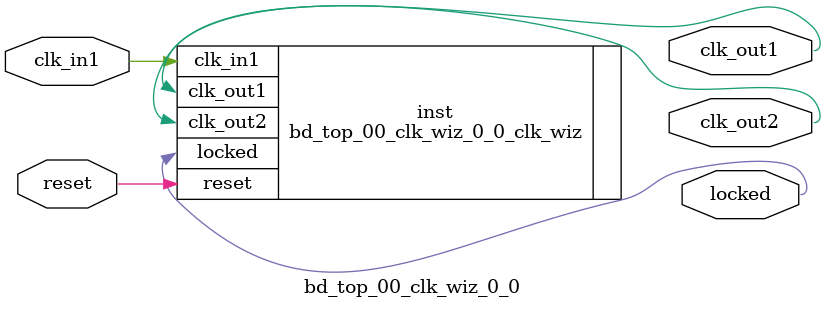
<source format=v>


`timescale 1ps/1ps

(* CORE_GENERATION_INFO = "bd_top_00_clk_wiz_0_0,clk_wiz_v6_0_4_0_0,{component_name=bd_top_00_clk_wiz_0_0,use_phase_alignment=true,use_min_o_jitter=false,use_max_i_jitter=false,use_dyn_phase_shift=false,use_inclk_switchover=false,use_dyn_reconfig=false,enable_axi=0,feedback_source=FDBK_AUTO,PRIMITIVE=MMCM,num_out_clk=2,clkin1_period=10.0,clkin2_period=10.0,use_power_down=false,use_reset=true,use_locked=true,use_inclk_stopped=false,feedback_type=SINGLE,CLOCK_MGR_TYPE=NA,manual_override=false}" *)

module bd_top_00_clk_wiz_0_0 
 (
  // Clock out ports
  output        clk_out1,
  output        clk_out2,
  // Status and control signals
  input         reset,
  output        locked,
 // Clock in ports
  input         clk_in1
 );

  bd_top_00_clk_wiz_0_0_clk_wiz inst
  (
  // Clock out ports  
  .clk_out1(clk_out1),
  .clk_out2(clk_out2),
  // Status and control signals               
  .reset(reset), 
  .locked(locked),
 // Clock in ports
  .clk_in1(clk_in1)
  );

endmodule

</source>
